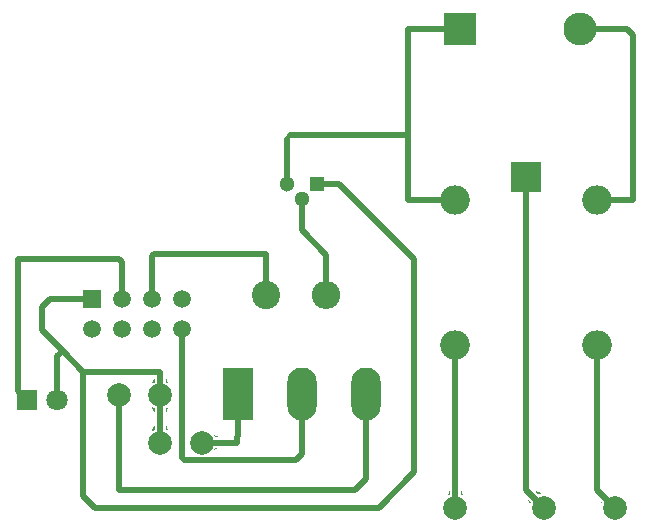
<source format=gbr>
%TF.GenerationSoftware,KiCad,Pcbnew,8.0.1*%
%TF.CreationDate,2024-09-13T19:12:22+01:00*%
%TF.ProjectId,switch,73776974-6368-42e6-9b69-6361645f7063,rev?*%
%TF.SameCoordinates,Original*%
%TF.FileFunction,Copper,L1,Top*%
%TF.FilePolarity,Positive*%
%FSLAX46Y46*%
G04 Gerber Fmt 4.6, Leading zero omitted, Abs format (unit mm)*
G04 Created by KiCad (PCBNEW 8.0.1) date 2024-09-13 19:12:22*
%MOMM*%
%LPD*%
G01*
G04 APERTURE LIST*
%TA.AperFunction,NonConductor*%
%ADD10C,0.500000*%
%TD*%
%TA.AperFunction,ComponentPad*%
%ADD11R,2.500000X2.500000*%
%TD*%
%TA.AperFunction,ComponentPad*%
%ADD12O,2.500000X2.500000*%
%TD*%
%TA.AperFunction,ComponentPad*%
%ADD13R,2.500000X4.500000*%
%TD*%
%TA.AperFunction,ComponentPad*%
%ADD14O,2.500000X4.500000*%
%TD*%
%TA.AperFunction,ComponentPad*%
%ADD15R,1.800000X1.800000*%
%TD*%
%TA.AperFunction,ComponentPad*%
%ADD16C,1.800000*%
%TD*%
%TA.AperFunction,ComponentPad*%
%ADD17R,2.800000X2.800000*%
%TD*%
%TA.AperFunction,ComponentPad*%
%ADD18O,2.800000X2.800000*%
%TD*%
%TA.AperFunction,ComponentPad*%
%ADD19C,2.400000*%
%TD*%
%TA.AperFunction,ComponentPad*%
%ADD20O,2.400000X2.400000*%
%TD*%
%TA.AperFunction,ComponentPad*%
%ADD21R,1.300000X1.300000*%
%TD*%
%TA.AperFunction,ComponentPad*%
%ADD22C,1.300000*%
%TD*%
%TA.AperFunction,ComponentPad*%
%ADD23R,1.500000X1.500000*%
%TD*%
%TA.AperFunction,ComponentPad*%
%ADD24C,1.500000*%
%TD*%
%TA.AperFunction,ViaPad*%
%ADD25C,2.000000*%
%TD*%
%TA.AperFunction,Conductor*%
%ADD26C,0.500000*%
%TD*%
%TA.AperFunction,Conductor*%
%ADD27C,0.200000*%
%TD*%
G04 APERTURE END LIST*
D10*
X132500000Y-110000000D02*
X136500000Y-110000000D01*
X132500000Y-102500000D02*
X132500000Y-110000000D01*
D11*
%TO.P,REF\u002A\u002A,1*%
%TO.N,N/C*%
X167000000Y-83500000D03*
D12*
%TO.P,REF\u002A\u002A,2*%
X161000000Y-85500000D03*
%TO.P,REF\u002A\u002A,3*%
X161000000Y-97700000D03*
%TO.P,REF\u002A\u002A,4*%
X173000000Y-97700000D03*
%TO.P,REF\u002A\u002A,5*%
X173000000Y-85500000D03*
%TD*%
D13*
%TO.P,REF\u002A\u002A,1*%
%TO.N,N/C*%
X142550000Y-101875000D03*
D14*
%TO.P,REF\u002A\u002A,2*%
X148000000Y-101875000D03*
%TO.P,REF\u002A\u002A,3*%
X153450000Y-101875000D03*
%TD*%
D15*
%TO.P,led,1*%
%TO.N,N/C*%
X124750000Y-102400000D03*
D16*
%TO.P,led,2*%
X127290000Y-102400000D03*
%TD*%
D17*
%TO.P,REF\u002A\u002A,1*%
%TO.N,N/C*%
X161420000Y-71000000D03*
D18*
%TO.P,REF\u002A\u002A,2*%
X171580000Y-71000000D03*
%TD*%
D19*
%TO.P,REF\u002A\u002A,1*%
%TO.N,N/C*%
X145000000Y-93500000D03*
D20*
%TO.P,REF\u002A\u002A,2*%
X150080000Y-93500000D03*
%TD*%
D21*
%TO.P,BC547,1*%
%TO.N,N/C*%
X149270000Y-84140000D03*
D22*
%TO.P,BC547,2*%
X148000000Y-85410000D03*
%TO.P,BC547,3*%
X146730000Y-84140000D03*
%TD*%
D23*
%TO.P,ESP01,1*%
%TO.N,N/C*%
X130190000Y-93810000D03*
D24*
%TO.P,ESP01,2*%
X132730000Y-93810000D03*
%TO.P,ESP01,3*%
X135270000Y-93810000D03*
%TO.P,ESP01,4*%
X137810000Y-93810000D03*
%TO.P,ESP01,5*%
X130190000Y-96350000D03*
%TO.P,ESP01,6*%
X132730000Y-96350000D03*
%TO.P,ESP01,7*%
X135270000Y-96350000D03*
%TO.P,ESP01,8*%
X137810000Y-96350000D03*
%TD*%
D25*
%TO.N,*%
X161000000Y-111500000D03*
X136000000Y-102000000D03*
X132500000Y-102000000D03*
X174500000Y-111500000D03*
X168500000Y-111500000D03*
X139500000Y-106000000D03*
X136000000Y-106000000D03*
%TD*%
D26*
%TO.N,*%
X173000000Y-110000000D02*
X174500000Y-111500000D01*
X157000000Y-71000000D02*
X157000000Y-80000000D01*
X157000000Y-85500000D02*
X161000000Y-85500000D01*
X124000000Y-90500000D02*
X124000000Y-101650000D01*
X136000000Y-102000000D02*
X136000000Y-106000000D01*
X130500000Y-111500000D02*
X129500000Y-110500000D01*
X135270000Y-93810000D02*
X135270000Y-90230000D01*
X154500000Y-111500000D02*
X130500000Y-111500000D01*
X135500000Y-90000000D02*
X145000000Y-90000000D01*
X176000000Y-85500000D02*
X173000000Y-85500000D01*
X126000000Y-96500000D02*
X127750000Y-98250000D01*
X147000000Y-80000000D02*
X157000000Y-80000000D01*
X142500000Y-106000000D02*
X142500000Y-105500000D01*
X126690000Y-93810000D02*
X126000000Y-94500000D01*
X139500000Y-106000000D02*
X142500000Y-106000000D01*
D27*
X146730000Y-80270000D02*
X147000000Y-80000000D01*
D26*
X127750000Y-98250000D02*
X129500000Y-100000000D01*
X127290000Y-102400000D02*
X127290000Y-98710000D01*
X137810000Y-96350000D02*
X137810000Y-107310000D01*
X176000000Y-71500000D02*
X176000000Y-85500000D01*
X145000000Y-90000000D02*
X145000000Y-93500000D01*
X161420000Y-71000000D02*
X157000000Y-71000000D01*
X146730000Y-84140000D02*
X146730000Y-80270000D01*
X132730000Y-90730000D02*
X132500000Y-90500000D01*
X135270000Y-90230000D02*
X135500000Y-90000000D01*
X161000000Y-97700000D02*
X161000000Y-111500000D01*
X171580000Y-71000000D02*
X175500000Y-71000000D01*
X127290000Y-98710000D02*
X127750000Y-98250000D01*
X126000000Y-94500000D02*
X126000000Y-96500000D01*
X175500000Y-71000000D02*
X176000000Y-71500000D01*
X136000000Y-110000000D02*
X152500000Y-110000000D01*
X142550000Y-105450000D02*
X142550000Y-101875000D01*
X148000000Y-85410000D02*
X148000000Y-88000000D01*
X149270000Y-84140000D02*
X151140000Y-84140000D01*
X130190000Y-93810000D02*
X126690000Y-93810000D01*
X132730000Y-93810000D02*
X132730000Y-90730000D01*
X157500000Y-108500000D02*
X154500000Y-111500000D01*
X173000000Y-97700000D02*
X173000000Y-110000000D01*
X124000000Y-101650000D02*
X124750000Y-102400000D01*
X148000000Y-101875000D02*
X148000000Y-107000000D01*
X129500000Y-110500000D02*
X129500000Y-100000000D01*
X148000000Y-88000000D02*
X150080000Y-90080000D01*
X150080000Y-90080000D02*
X150080000Y-93500000D01*
X151140000Y-84140000D02*
X157500000Y-90500000D01*
X167000000Y-83500000D02*
X167000000Y-110000000D01*
X167000000Y-110000000D02*
X168500000Y-111500000D01*
X132500000Y-90500000D02*
X124000000Y-90500000D01*
X153450000Y-109050000D02*
X153450000Y-101875000D01*
X148000000Y-107000000D02*
X147500000Y-107500000D01*
X157500000Y-90500000D02*
X157500000Y-108500000D01*
D27*
X137810000Y-107310000D02*
X138000000Y-107500000D01*
D26*
X136000000Y-100000000D02*
X136000000Y-102000000D01*
D27*
X142500000Y-105500000D02*
X142550000Y-105450000D01*
D26*
X157000000Y-80000000D02*
X157000000Y-85500000D01*
X129500000Y-100000000D02*
X136000000Y-100000000D01*
X152500000Y-110000000D02*
X153450000Y-109050000D01*
X138000000Y-107500000D02*
X147500000Y-107500000D01*
%TD*%
%TA.AperFunction,NonConductor*%
G36*
X136652245Y-103021898D02*
G01*
X136653687Y-103030736D01*
X136653098Y-103032557D01*
X136473000Y-103464797D01*
X136466655Y-103471116D01*
X136457700Y-103471097D01*
X136451381Y-103464752D01*
X136450500Y-103460297D01*
X136450500Y-103120926D01*
X136453927Y-103112653D01*
X136457971Y-103110017D01*
X136537401Y-103079247D01*
X136636141Y-103018109D01*
X136644977Y-103016668D01*
X136652245Y-103021898D01*
G37*
%TD.AperFunction*%
%TA.AperFunction,NonConductor*%
G36*
X135363849Y-103018103D02*
G01*
X135462599Y-103079247D01*
X135462602Y-103079248D01*
X135462605Y-103079250D01*
X135504314Y-103095407D01*
X135542027Y-103110017D01*
X135548503Y-103116200D01*
X135549500Y-103120926D01*
X135549500Y-103460297D01*
X135546073Y-103468570D01*
X135537800Y-103471997D01*
X135529527Y-103468570D01*
X135527000Y-103464797D01*
X135346900Y-103032557D01*
X135346881Y-103023602D01*
X135353200Y-103017257D01*
X135362155Y-103017238D01*
X135363849Y-103018103D01*
G37*
%TD.AperFunction*%
%TA.AperFunction,NonConductor*%
G36*
X136470473Y-104531428D02*
G01*
X136472999Y-104535199D01*
X136474875Y-104539701D01*
X136653098Y-104967441D01*
X136653117Y-104976396D01*
X136646798Y-104982741D01*
X136637843Y-104982760D01*
X136636139Y-104981889D01*
X136627267Y-104976396D01*
X136537401Y-104920753D01*
X136537400Y-104920752D01*
X136537396Y-104920750D01*
X136457973Y-104889982D01*
X136451497Y-104883798D01*
X136450500Y-104879072D01*
X136450500Y-104539701D01*
X136453927Y-104531428D01*
X136462200Y-104528001D01*
X136470473Y-104531428D01*
G37*
%TD.AperFunction*%
%TA.AperFunction,NonConductor*%
G36*
X135542300Y-104528901D02*
G01*
X135548619Y-104535246D01*
X135549500Y-104539701D01*
X135549500Y-104879072D01*
X135546073Y-104887345D01*
X135542027Y-104889982D01*
X135462603Y-104920750D01*
X135363859Y-104981889D01*
X135355021Y-104983330D01*
X135347752Y-104978100D01*
X135346311Y-104969262D01*
X135346897Y-104967449D01*
X135527000Y-104535200D01*
X135533345Y-104528882D01*
X135542300Y-104528901D01*
G37*
%TD.AperFunction*%
%TA.AperFunction,NonConductor*%
G36*
X140540480Y-105350201D02*
G01*
X140964799Y-105527000D01*
X140971118Y-105533345D01*
X140971099Y-105542300D01*
X140964754Y-105548619D01*
X140960299Y-105549500D01*
X140624018Y-105549500D01*
X140615745Y-105546073D01*
X140613545Y-105543015D01*
X140525509Y-105366217D01*
X140524889Y-105357284D01*
X140530767Y-105350529D01*
X140539700Y-105349909D01*
X140540480Y-105350201D01*
G37*
%TD.AperFunction*%
%TA.AperFunction,NonConductor*%
G36*
X140968572Y-106453927D02*
G01*
X140971999Y-106462200D01*
X140968572Y-106470473D01*
X140964800Y-106472999D01*
X140912275Y-106494884D01*
X140540482Y-106649796D01*
X140531527Y-106649815D01*
X140525182Y-106643496D01*
X140525163Y-106634541D01*
X140525496Y-106633807D01*
X140613545Y-106456985D01*
X140620300Y-106451106D01*
X140624018Y-106450500D01*
X140960299Y-106450500D01*
X140968572Y-106453927D01*
G37*
%TD.AperFunction*%
%TA.AperFunction,NonConductor*%
G36*
X161470473Y-110031428D02*
G01*
X161472999Y-110035199D01*
X161474875Y-110039701D01*
X161653098Y-110467441D01*
X161653117Y-110476396D01*
X161646798Y-110482741D01*
X161637843Y-110482760D01*
X161636139Y-110481889D01*
X161627267Y-110476396D01*
X161537401Y-110420753D01*
X161537400Y-110420752D01*
X161537396Y-110420750D01*
X161457973Y-110389982D01*
X161451497Y-110383798D01*
X161450500Y-110379072D01*
X161450500Y-110039701D01*
X161453927Y-110031428D01*
X161462200Y-110028001D01*
X161470473Y-110031428D01*
G37*
%TD.AperFunction*%
%TA.AperFunction,NonConductor*%
G36*
X160542300Y-110028901D02*
G01*
X160548619Y-110035246D01*
X160549500Y-110039701D01*
X160549500Y-110379072D01*
X160546073Y-110387345D01*
X160542027Y-110389982D01*
X160462603Y-110420750D01*
X160363859Y-110481889D01*
X160355021Y-110483330D01*
X160347752Y-110478100D01*
X160346311Y-110469262D01*
X160346897Y-110467449D01*
X160527000Y-110035200D01*
X160533345Y-110028882D01*
X160542300Y-110028901D01*
G37*
%TD.AperFunction*%
%TA.AperFunction,NonConductor*%
G36*
X167798689Y-110129768D02*
G01*
X168229868Y-110307313D01*
X168236212Y-110313631D01*
X168236231Y-110322586D01*
X168229912Y-110328931D01*
X168227562Y-110329632D01*
X168170058Y-110340382D01*
X168038365Y-110391400D01*
X168029413Y-110391193D01*
X168025866Y-110388763D01*
X167785964Y-110148861D01*
X167782537Y-110140588D01*
X167785964Y-110132315D01*
X167794237Y-110128888D01*
X167798689Y-110129768D01*
G37*
%TD.AperFunction*%
%TA.AperFunction,NonConductor*%
G36*
X167145088Y-110783437D02*
G01*
X167148861Y-110785964D01*
X167386970Y-111024073D01*
X167390397Y-111032346D01*
X167389170Y-111037561D01*
X167375773Y-111064465D01*
X167375771Y-111064468D01*
X167329197Y-111228159D01*
X167323637Y-111235178D01*
X167314742Y-111236210D01*
X167307723Y-111230650D01*
X167307125Y-111229412D01*
X167239207Y-111064468D01*
X167129769Y-110798690D01*
X167129788Y-110789737D01*
X167136133Y-110783418D01*
X167145088Y-110783437D01*
G37*
%TD.AperFunction*%
%TA.AperFunction,NonConductor*%
G36*
X136470473Y-100531428D02*
G01*
X136472999Y-100535199D01*
X136474875Y-100539701D01*
X136653098Y-100967441D01*
X136653117Y-100976396D01*
X136646798Y-100982741D01*
X136637843Y-100982760D01*
X136636139Y-100981889D01*
X136627267Y-100976396D01*
X136537401Y-100920753D01*
X136537400Y-100920752D01*
X136537396Y-100920750D01*
X136457973Y-100889982D01*
X136451497Y-100883798D01*
X136450500Y-100879072D01*
X136450500Y-100539701D01*
X136453927Y-100531428D01*
X136462200Y-100528001D01*
X136470473Y-100531428D01*
G37*
%TD.AperFunction*%
%TA.AperFunction,NonConductor*%
G36*
X135542300Y-100528901D02*
G01*
X135548619Y-100535246D01*
X135549500Y-100539701D01*
X135549500Y-100879072D01*
X135546073Y-100887345D01*
X135542027Y-100889982D01*
X135462603Y-100920750D01*
X135363859Y-100981889D01*
X135355021Y-100983330D01*
X135347752Y-100978100D01*
X135346311Y-100969262D01*
X135346897Y-100967449D01*
X135527000Y-100535200D01*
X135533345Y-100528882D01*
X135542300Y-100528901D01*
G37*
%TD.AperFunction*%
%TA.AperFunction,NonConductor*%
G36*
X174003689Y-110335973D02*
G01*
X174077453Y-110353363D01*
X174084718Y-110358596D01*
X174086155Y-110367435D01*
X174080921Y-110374701D01*
X174078993Y-110375660D01*
X174038364Y-110391399D01*
X174029412Y-110391192D01*
X174025865Y-110388762D01*
X173992738Y-110355635D01*
X173989311Y-110347362D01*
X173992738Y-110339089D01*
X174001011Y-110335662D01*
X174003689Y-110335973D01*
G37*
%TD.AperFunction*%
%TA.AperFunction,NonConductor*%
G36*
X173353516Y-110991060D02*
G01*
X173355635Y-110992738D01*
X173386970Y-111024073D01*
X173390397Y-111032346D01*
X173389170Y-111037561D01*
X173375773Y-111064465D01*
X173375771Y-111064469D01*
X173374158Y-111070140D01*
X173368598Y-111077160D01*
X173359703Y-111078191D01*
X173352683Y-111072631D01*
X173351517Y-111069623D01*
X173342729Y-111032346D01*
X173335974Y-111003694D01*
X173337411Y-110994857D01*
X173344677Y-110989623D01*
X173353516Y-110991060D01*
G37*
%TD.AperFunction*%
M02*

</source>
